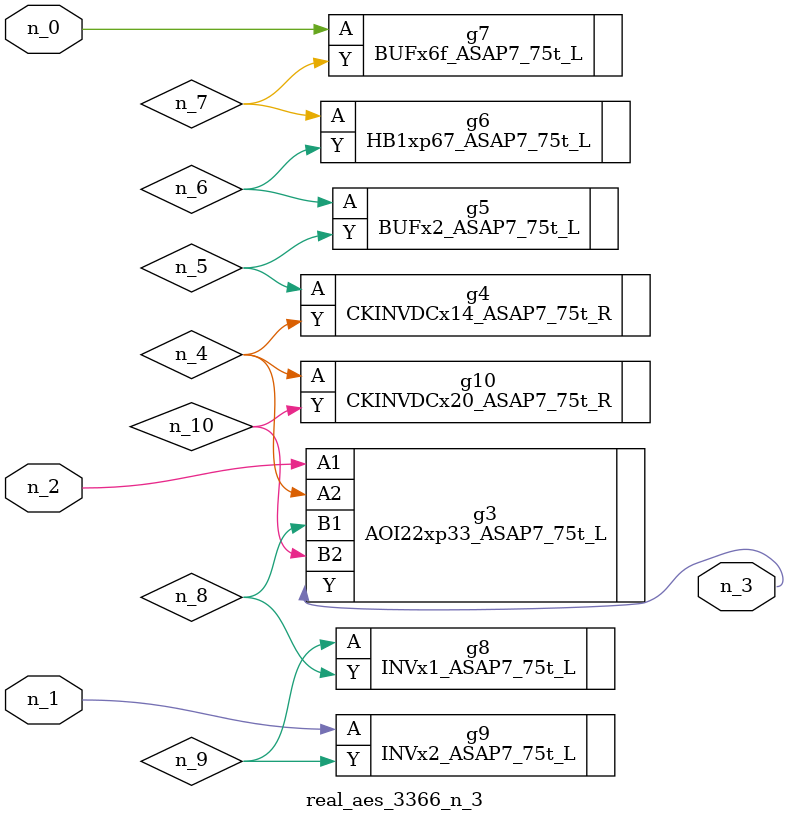
<source format=v>
module real_aes_3366_n_3 (n_0, n_2, n_1, n_3);
input n_0;
input n_2;
input n_1;
output n_3;
wire n_4;
wire n_5;
wire n_7;
wire n_8;
wire n_6;
wire n_9;
wire n_10;
BUFx6f_ASAP7_75t_L g7 ( .A(n_0), .Y(n_7) );
INVx2_ASAP7_75t_L g9 ( .A(n_1), .Y(n_9) );
AOI22xp33_ASAP7_75t_L g3 ( .A1(n_2), .A2(n_4), .B1(n_8), .B2(n_10), .Y(n_3) );
CKINVDCx20_ASAP7_75t_R g10 ( .A(n_4), .Y(n_10) );
CKINVDCx14_ASAP7_75t_R g4 ( .A(n_5), .Y(n_4) );
BUFx2_ASAP7_75t_L g5 ( .A(n_6), .Y(n_5) );
HB1xp67_ASAP7_75t_L g6 ( .A(n_7), .Y(n_6) );
INVx1_ASAP7_75t_L g8 ( .A(n_9), .Y(n_8) );
endmodule
</source>
